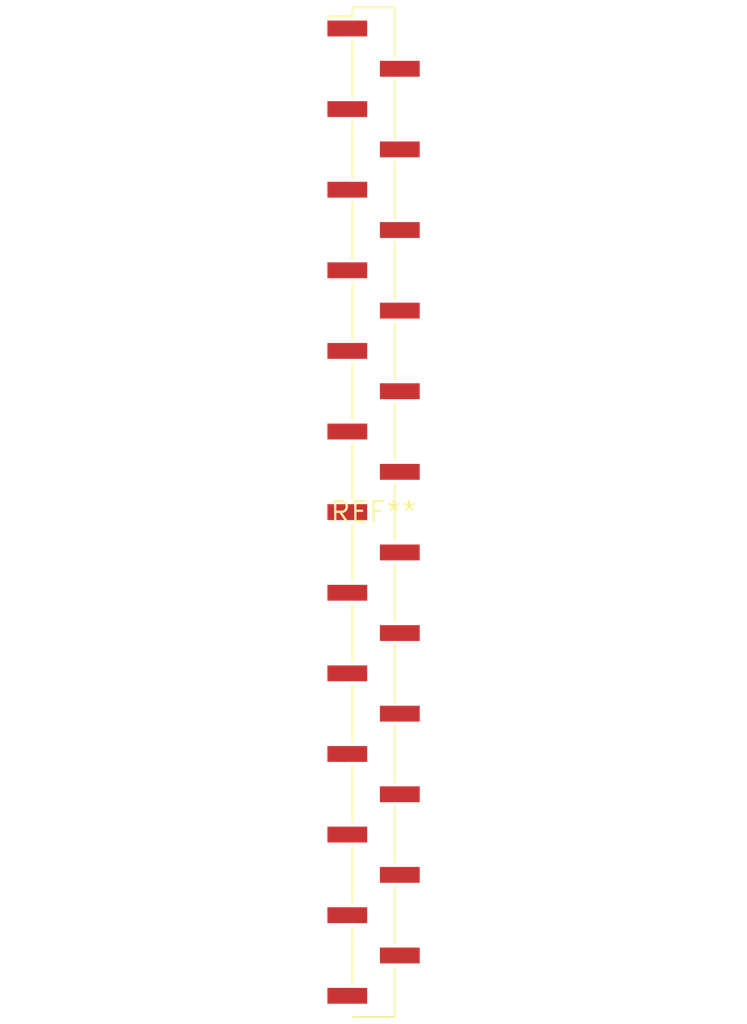
<source format=kicad_pcb>
(kicad_pcb (version 20240108) (generator pcbnew)
  (layers (0 "F.Cu" signal) (31 "B.Cu" signal) (34 "B.Paste" user) (35 "F.Paste" user) (36 "B.SilkS" user "B.Silkscreen") (37 "F.SilkS" user "F.Silkscreen") (38 "B.Mask" user) (39 "F.Mask" user) (44 "Edge.Cuts" user))
  (net 0 "")
  (footprint "PinHeader_1x25_P2.54mm_Vertical_SMD_Pin1Left" (layer "F.Cu") (at 0 0)
    (property "Reference" "REF**")
    (property "Value" "PinHeader_1x25_P2.54mm_Vertical_SMD_Pin1Left")
    (fp_line (start -1.33 -31.81) (end -1.33 -31.24) (layer "F.SilkS") (stroke (width 0.12)))
    (fp_line (start -1.33 -31.81) (end 1.33 -31.81) (layer "F.SilkS") (stroke (width 0.12)))
    (fp_line (start -1.33 -31.24) (end -2.85 -31.24) (layer "F.SilkS") (stroke (width 0.12)))
    (fp_line (start -1.33 -29.72) (end -1.33 -26.16) (layer "F.SilkS") (stroke (width 0.12)))
    (fp_line (start -1.33 -24.64) (end -1.33 -21.08) (layer "F.SilkS") (stroke (width 0.12)))
    (fp_line (start -1.33 -19.56) (end -1.33 -16) (layer "F.SilkS") (stroke (width 0.12)))
    (fp_line (start -1.33 -14.48) (end -1.33 -10.92) (layer "F.SilkS") (stroke (width 0.12)))
    (fp_line (start -1.33 -9.4) (end -1.33 -5.84) (layer "F.SilkS") (stroke (width 0.12)))
    (fp_line (start -1.33 -4.32) (end -1.33 -0.76) (layer "F.SilkS") (stroke (width 0.12)))
    (fp_line (start -1.33 0.76) (end -1.33 4.32) (layer "F.SilkS") (stroke (width 0.12)))
    (fp_line (start -1.33 5.84) (end -1.33 9.4) (layer "F.SilkS") (stroke (width 0.12)))
    (fp_line (start -1.33 10.92) (end -1.33 14.48) (layer "F.SilkS") (stroke (width 0.12)))
    (fp_line (start -1.33 16) (end -1.33 19.56) (layer "F.SilkS") (stroke (width 0.12)))
    (fp_line (start -1.33 21.08) (end -1.33 24.64) (layer "F.SilkS") (stroke (width 0.12)))
    (fp_line (start -1.33 26.16) (end -1.33 29.72) (layer "F.SilkS") (stroke (width 0.12)))
    (fp_line (start -1.33 31.81) (end 1.33 31.81) (layer "F.SilkS") (stroke (width 0.12)))
    (fp_line (start 1.33 -31.81) (end 1.33 -28.7) (layer "F.SilkS") (stroke (width 0.12)))
    (fp_line (start 1.33 -27.18) (end 1.33 -23.62) (layer "F.SilkS") (stroke (width 0.12)))
    (fp_line (start 1.33 -22.1) (end 1.33 -18.54) (layer "F.SilkS") (stroke (width 0.12)))
    (fp_line (start 1.33 -17.02) (end 1.33 -13.46) (layer "F.SilkS") (stroke (width 0.12)))
    (fp_line (start 1.33 -11.94) (end 1.33 -8.38) (layer "F.SilkS") (stroke (width 0.12)))
    (fp_line (start 1.33 -6.86) (end 1.33 -3.3) (layer "F.SilkS") (stroke (width 0.12)))
    (fp_line (start 1.33 -1.78) (end 1.33 1.78) (layer "F.SilkS") (stroke (width 0.12)))
    (fp_line (start 1.33 3.3) (end 1.33 6.86) (layer "F.SilkS") (stroke (width 0.12)))
    (fp_line (start 1.33 8.38) (end 1.33 11.94) (layer "F.SilkS") (stroke (width 0.12)))
    (fp_line (start 1.33 13.46) (end 1.33 17.02) (layer "F.SilkS") (stroke (width 0.12)))
    (fp_line (start 1.33 18.54) (end 1.33 22.1) (layer "F.SilkS") (stroke (width 0.12)))
    (fp_line (start 1.33 23.62) (end 1.33 27.18) (layer "F.SilkS") (stroke (width 0.12)))
    (fp_line (start 1.33 28.7) (end 1.33 31.81) (layer "F.SilkS") (stroke (width 0.12)))
    (fp_line (start 1.33 31.24) (end 1.33 31.81) (layer "F.SilkS") (stroke (width 0.12)))
    (pad "1" smd rect (at -1.655 -30.48) (size 2.51 1) (layers "F.Cu" "F.Paste" "F.Mask"))
    (pad "2" smd rect (at 1.655 -27.94) (size 2.51 1) (layers "F.Cu" "F.Paste" "F.Mask"))
    (pad "3" smd rect (at -1.655 -25.4) (size 2.51 1) (layers "F.Cu" "F.Paste" "F.Mask"))
    (pad "4" smd rect (at 1.655 -22.86) (size 2.51 1) (layers "F.Cu" "F.Paste" "F.Mask"))
    (pad "5" smd rect (at -1.655 -20.32) (size 2.51 1) (layers "F.Cu" "F.Paste" "F.Mask"))
    (pad "6" smd rect (at 1.655 -17.78) (size 2.51 1) (layers "F.Cu" "F.Paste" "F.Mask"))
    (pad "7" smd rect (at -1.655 -15.24) (size 2.51 1) (layers "F.Cu" "F.Paste" "F.Mask"))
    (pad "8" smd rect (at 1.655 -12.7) (size 2.51 1) (layers "F.Cu" "F.Paste" "F.Mask"))
    (pad "9" smd rect (at -1.655 -10.16) (size 2.51 1) (layers "F.Cu" "F.Paste" "F.Mask"))
    (pad "10" smd rect (at 1.655 -7.62) (size 2.51 1) (layers "F.Cu" "F.Paste" "F.Mask"))
    (pad "11" smd rect (at -1.655 -5.08) (size 2.51 1) (layers "F.Cu" "F.Paste" "F.Mask"))
    (pad "12" smd rect (at 1.655 -2.54) (size 2.51 1) (layers "F.Cu" "F.Paste" "F.Mask"))
    (pad "13" smd rect (at -1.655 0) (size 2.51 1) (layers "F.Cu" "F.Paste" "F.Mask"))
    (pad "14" smd rect (at 1.655 2.54) (size 2.51 1) (layers "F.Cu" "F.Paste" "F.Mask"))
    (pad "15" smd rect (at -1.655 5.08) (size 2.51 1) (layers "F.Cu" "F.Paste" "F.Mask"))
    (pad "16" smd rect (at 1.655 7.62) (size 2.51 1) (layers "F.Cu" "F.Paste" "F.Mask"))
    (pad "17" smd rect (at -1.655 10.16) (size 2.51 1) (layers "F.Cu" "F.Paste" "F.Mask"))
    (pad "18" smd rect (at 1.655 12.7) (size 2.51 1) (layers "F.Cu" "F.Paste" "F.Mask"))
    (pad "19" smd rect (at -1.655 15.24) (size 2.51 1) (layers "F.Cu" "F.Paste" "F.Mask"))
    (pad "20" smd rect (at 1.655 17.78) (size 2.51 1) (layers "F.Cu" "F.Paste" "F.Mask"))
    (pad "21" smd rect (at -1.655 20.32) (size 2.51 1) (layers "F.Cu" "F.Paste" "F.Mask"))
    (pad "22" smd rect (at 1.655 22.86) (size 2.51 1) (layers "F.Cu" "F.Paste" "F.Mask"))
    (pad "23" smd rect (at -1.655 25.4) (size 2.51 1) (layers "F.Cu" "F.Paste" "F.Mask"))
    (pad "24" smd rect (at 1.655 27.94) (size 2.51 1) (layers "F.Cu" "F.Paste" "F.Mask"))
    (pad "25" smd rect (at -1.655 30.48) (size 2.51 1) (layers "F.Cu" "F.Paste" "F.Mask"))
  )
)
</source>
